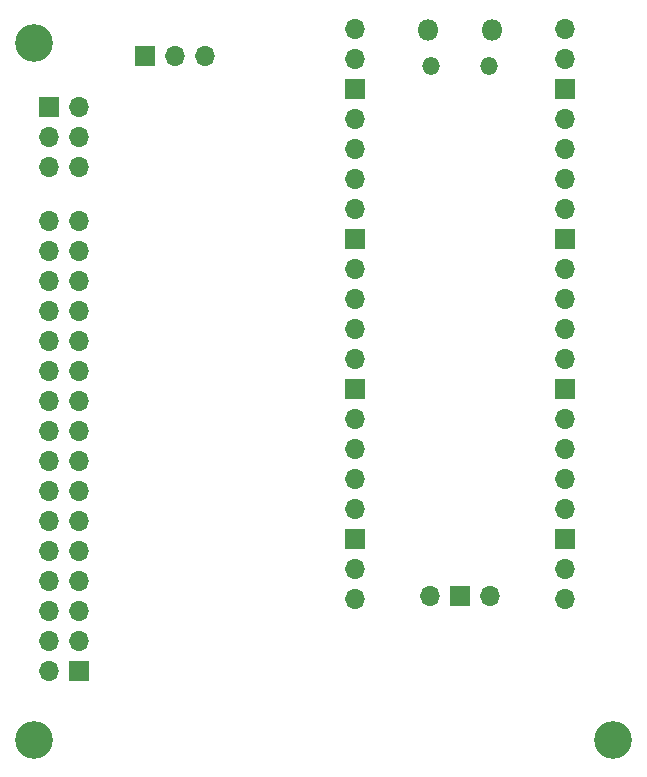
<source format=gbs>
G04 #@! TF.GenerationSoftware,KiCad,Pcbnew,8.0.8-8.0.8-0~ubuntu24.04.1*
G04 #@! TF.CreationDate,2025-04-25T21:20:27+02:00*
G04 #@! TF.ProjectId,LogicAnalyzer,4c6f6769-6341-46e6-916c-797a65722e6b,rev?*
G04 #@! TF.SameCoordinates,Original*
G04 #@! TF.FileFunction,Soldermask,Bot*
G04 #@! TF.FilePolarity,Negative*
%FSLAX46Y46*%
G04 Gerber Fmt 4.6, Leading zero omitted, Abs format (unit mm)*
G04 Created by KiCad (PCBNEW 8.0.8-8.0.8-0~ubuntu24.04.1) date 2025-04-25 21:20:27*
%MOMM*%
%LPD*%
G01*
G04 APERTURE LIST*
%ADD10C,3.200000*%
%ADD11R,1.700000X1.700000*%
%ADD12O,1.700000X1.700000*%
%ADD13O,1.800000X1.800000*%
%ADD14O,1.500000X1.500000*%
G04 APERTURE END LIST*
D10*
X157501957Y-126493030D03*
X157507194Y-67484319D03*
D11*
X158750000Y-72898000D03*
D12*
X161290000Y-72898000D03*
X158750000Y-75438000D03*
X161290000Y-75438000D03*
X158750000Y-77978000D03*
X161290000Y-77978000D03*
D13*
X190823000Y-66424000D03*
D14*
X191123000Y-69454000D03*
X195973000Y-69454000D03*
D13*
X196273000Y-66424000D03*
D12*
X184658000Y-66294000D03*
X184658000Y-68834000D03*
D11*
X184658000Y-71374000D03*
D12*
X184658000Y-73914000D03*
X184658000Y-76454000D03*
X184658000Y-78994000D03*
X184658000Y-81534000D03*
D11*
X184658000Y-84074000D03*
D12*
X184658000Y-86614000D03*
X184658000Y-89154000D03*
X184658000Y-91694000D03*
X184658000Y-94234000D03*
D11*
X184658000Y-96774000D03*
D12*
X184658000Y-99314000D03*
X184658000Y-101854000D03*
X184658000Y-104394000D03*
X184658000Y-106934000D03*
D11*
X184658000Y-109474000D03*
D12*
X184658000Y-112014000D03*
X184658000Y-114554000D03*
X202438000Y-114554000D03*
X202438000Y-112014000D03*
D11*
X202438000Y-109474000D03*
D12*
X202438000Y-106934000D03*
X202438000Y-104394000D03*
X202438000Y-101854000D03*
X202438000Y-99314000D03*
D11*
X202438000Y-96774000D03*
D12*
X202438000Y-94234000D03*
X202438000Y-91694000D03*
X202438000Y-89154000D03*
X202438000Y-86614000D03*
D11*
X202438000Y-84074000D03*
D12*
X202438000Y-81534000D03*
X202438000Y-78994000D03*
X202438000Y-76454000D03*
X202438000Y-73914000D03*
D11*
X202438000Y-71374000D03*
D12*
X202438000Y-68834000D03*
X202438000Y-66294000D03*
X191008000Y-114324000D03*
D11*
X193548000Y-114324000D03*
D12*
X196088000Y-114324000D03*
D11*
X161290000Y-120650000D03*
D12*
X158750000Y-120650000D03*
X161290000Y-118110000D03*
X158750000Y-118110000D03*
X161290000Y-115570000D03*
X158750000Y-115570000D03*
X161290000Y-113030000D03*
X158750000Y-113030000D03*
X161290000Y-110490000D03*
X158750000Y-110490000D03*
X161290000Y-107950000D03*
X158750000Y-107950000D03*
X161290000Y-105410000D03*
X158750000Y-105410000D03*
X161290000Y-102870000D03*
X158750000Y-102870000D03*
X161290000Y-100330000D03*
X158750000Y-100330000D03*
X161290000Y-97790000D03*
X158750000Y-97790000D03*
X161290000Y-95250000D03*
X158750000Y-95250000D03*
X161290000Y-92710000D03*
X158750000Y-92710000D03*
X161290000Y-90170000D03*
X158750000Y-90170000D03*
X161290000Y-87630000D03*
X158750000Y-87630000D03*
X161290000Y-85090000D03*
X158750000Y-85090000D03*
X161290000Y-82550000D03*
X158750000Y-82550000D03*
D10*
X206505698Y-126494324D03*
D11*
X166878000Y-68580000D03*
D12*
X169418000Y-68580000D03*
X171958000Y-68580000D03*
M02*

</source>
